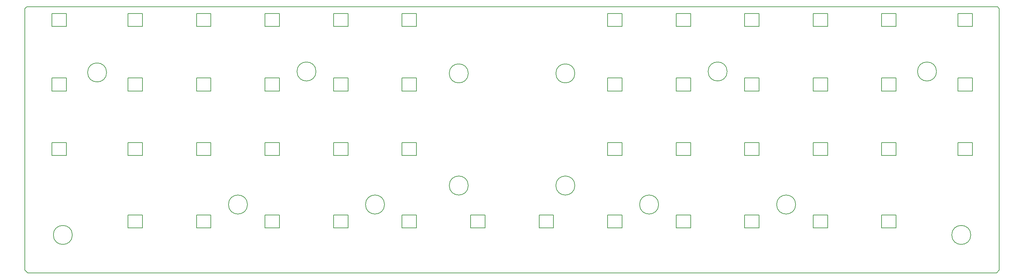
<source format=gbr>
%TF.GenerationSoftware,KiCad,Pcbnew,(5.1.10)-1*%
%TF.CreationDate,2022-05-07T17:57:56+07:00*%
%TF.ProjectId,Onsen48,4f6e7365-6e34-4382-9e6b-696361645f70,rev?*%
%TF.SameCoordinates,Original*%
%TF.FileFunction,Profile,NP*%
%FSLAX46Y46*%
G04 Gerber Fmt 4.6, Leading zero omitted, Abs format (unit mm)*
G04 Created by KiCad (PCBNEW (5.1.10)-1) date 2022-05-07 17:57:56*
%MOMM*%
%LPD*%
G01*
G04 APERTURE LIST*
%TA.AperFunction,Profile*%
%ADD10C,0.200000*%
%TD*%
%TA.AperFunction,Profile*%
%ADD11C,0.150000*%
%TD*%
G04 APERTURE END LIST*
D10*
X137499999Y-85500000D02*
G75*
G03*
X137499999Y-85500000I-2500000J0D01*
G01*
X137499999Y-56000000D02*
G75*
G03*
X137499999Y-56000000I-2500000J0D01*
G01*
X165500034Y-56000000D02*
G75*
G03*
X165500034Y-56000000I-2500000J0D01*
G01*
X165500034Y-85500000D02*
G75*
G03*
X165500034Y-85500000I-2500000J0D01*
G01*
X276500000Y-38500000D02*
X277000000Y-39000000D01*
X21499999Y-38500000D02*
X276500000Y-38500000D01*
X187500000Y-90500000D02*
G75*
G03*
X187500000Y-90500000I-2500000J0D01*
G01*
X260500000Y-55500000D02*
G75*
G03*
X260500000Y-55500000I-2500000J0D01*
G01*
X269500000Y-98500000D02*
G75*
G03*
X269500000Y-98500000I-2500000J0D01*
G01*
X223500000Y-90500000D02*
G75*
G03*
X223500000Y-90500000I-2500000J0D01*
G01*
X42500000Y-55750000D02*
G75*
G03*
X42500000Y-55750000I-2500000J0D01*
G01*
X33500000Y-98500000D02*
G75*
G03*
X33500000Y-98500000I-2500000J0D01*
G01*
X277000000Y-39000000D02*
X277000000Y-107750000D01*
X79500000Y-90500000D02*
G75*
G03*
X79500000Y-90500000I-2500000J0D01*
G01*
X115500000Y-90500000D02*
G75*
G03*
X115500000Y-90500000I-2500000J0D01*
G01*
X205500000Y-55500000D02*
G75*
G03*
X205500000Y-55500000I-2500000J0D01*
G01*
X97499999Y-55500000D02*
G75*
G03*
X97499999Y-55500000I-2499999J0D01*
G01*
X21000000Y-39000000D02*
X21499999Y-38500000D01*
X21750000Y-108500000D02*
X21000000Y-107750000D01*
X21000000Y-107750000D02*
X21000000Y-39000000D01*
X273250000Y-108500000D02*
X21750000Y-108500000D01*
X276250000Y-108500000D02*
X273250000Y-108500000D01*
X277000000Y-107750000D02*
X276250000Y-108500000D01*
D11*
%TO.C,RGB48*%
X269900000Y-43620000D02*
X266100000Y-43620000D01*
X269900000Y-43620000D02*
X269900000Y-40220000D01*
X269900000Y-40220000D02*
X266100000Y-40220000D01*
X266100000Y-43620000D02*
X266100000Y-40220000D01*
%TO.C,RGB47*%
X249900000Y-43620000D02*
X246100000Y-43620000D01*
X249900000Y-43620000D02*
X249900000Y-40220000D01*
X249900000Y-40220000D02*
X246100000Y-40220000D01*
X246100000Y-43620000D02*
X246100000Y-40220000D01*
%TO.C,RGB46*%
X231900000Y-43620000D02*
X228100000Y-43620000D01*
X231900000Y-43620000D02*
X231900000Y-40220000D01*
X231900000Y-40220000D02*
X228100000Y-40220000D01*
X228100000Y-43620000D02*
X228100000Y-40220000D01*
%TO.C,RGB45*%
X213900000Y-43620000D02*
X210100000Y-43620000D01*
X213900000Y-43620000D02*
X213900000Y-40220000D01*
X213900000Y-40220000D02*
X210100000Y-40220000D01*
X210100000Y-43620000D02*
X210100000Y-40220000D01*
%TO.C,RGB44*%
X195900000Y-43620000D02*
X192100000Y-43620000D01*
X195900000Y-43620000D02*
X195900000Y-40220000D01*
X195900000Y-40220000D02*
X192100000Y-40220000D01*
X192100000Y-43620000D02*
X192100000Y-40220000D01*
%TO.C,RGB43*%
X177900000Y-43620000D02*
X174100000Y-43620000D01*
X177900000Y-43620000D02*
X177900000Y-40220000D01*
X177900000Y-40220000D02*
X174100000Y-40220000D01*
X174100000Y-43620000D02*
X174100000Y-40220000D01*
%TO.C,RGB42*%
X266100000Y-60620000D02*
X266100000Y-57220000D01*
X269900000Y-57220000D02*
X266100000Y-57220000D01*
X269900000Y-60620000D02*
X269900000Y-57220000D01*
X269900000Y-60620000D02*
X266100000Y-60620000D01*
%TO.C,RGB41*%
X246100000Y-60620000D02*
X246100000Y-57220000D01*
X249900000Y-57220000D02*
X246100000Y-57220000D01*
X249900000Y-60620000D02*
X249900000Y-57220000D01*
X249900000Y-60620000D02*
X246100000Y-60620000D01*
%TO.C,RGB40*%
X228100000Y-60620000D02*
X228100000Y-57220000D01*
X231900000Y-57220000D02*
X228100000Y-57220000D01*
X231900000Y-60620000D02*
X231900000Y-57220000D01*
X231900000Y-60620000D02*
X228100000Y-60620000D01*
%TO.C,RGB39*%
X210100000Y-60620000D02*
X210100000Y-57220000D01*
X213900000Y-57220000D02*
X210100000Y-57220000D01*
X213900000Y-60620000D02*
X213900000Y-57220000D01*
X213900000Y-60620000D02*
X210100000Y-60620000D01*
%TO.C,RGB38*%
X192100000Y-60620000D02*
X192100000Y-57220000D01*
X195900000Y-57220000D02*
X192100000Y-57220000D01*
X195900000Y-60620000D02*
X195900000Y-57220000D01*
X195900000Y-60620000D02*
X192100000Y-60620000D01*
%TO.C,RGB37*%
X174100000Y-60620000D02*
X174100000Y-57220000D01*
X177900000Y-57220000D02*
X174100000Y-57220000D01*
X177900000Y-60620000D02*
X177900000Y-57220000D01*
X177900000Y-60620000D02*
X174100000Y-60620000D01*
%TO.C,RGB30*%
X48100000Y-96620000D02*
X48100000Y-93220000D01*
X51900000Y-93220000D02*
X48100000Y-93220000D01*
X51900000Y-96620000D02*
X51900000Y-93220000D01*
X51900000Y-96620000D02*
X48100000Y-96620000D01*
%TO.C,RGB29*%
X66100000Y-96620000D02*
X66100000Y-93220000D01*
X69900000Y-93220000D02*
X66100000Y-93220000D01*
X69900000Y-96620000D02*
X69900000Y-93220000D01*
X69900000Y-96620000D02*
X66100000Y-96620000D01*
%TO.C,RGB28*%
X84100000Y-96620000D02*
X84100000Y-93220000D01*
X87900000Y-93220000D02*
X84100000Y-93220000D01*
X87900000Y-96620000D02*
X87900000Y-93220000D01*
X87900000Y-96620000D02*
X84100000Y-96620000D01*
%TO.C,RGB27*%
X102100000Y-96620000D02*
X102100000Y-93220000D01*
X105900000Y-93220000D02*
X102100000Y-93220000D01*
X105900000Y-96620000D02*
X105900000Y-93220000D01*
X105900000Y-96620000D02*
X102100000Y-96620000D01*
%TO.C,RGB26*%
X120100000Y-96620000D02*
X120100000Y-93220000D01*
X123900000Y-93220000D02*
X120100000Y-93220000D01*
X123900000Y-96620000D02*
X123900000Y-93220000D01*
X123900000Y-96620000D02*
X120100000Y-96620000D01*
%TO.C,RGB25*%
X138100000Y-96620000D02*
X138100000Y-93220000D01*
X141900000Y-93220000D02*
X138100000Y-93220000D01*
X141900000Y-96620000D02*
X141900000Y-93220000D01*
X141900000Y-96620000D02*
X138100000Y-96620000D01*
%TO.C,RGB24*%
X156100000Y-96620000D02*
X156100000Y-93220000D01*
X159900000Y-93220000D02*
X156100000Y-93220000D01*
X159900000Y-96620000D02*
X159900000Y-93220000D01*
X159900000Y-96620000D02*
X156100000Y-96620000D01*
%TO.C,RGB22*%
X174100000Y-96620000D02*
X174100000Y-93220000D01*
X177900000Y-93220000D02*
X174100000Y-93220000D01*
X177900000Y-96620000D02*
X177900000Y-93220000D01*
X177900000Y-96620000D02*
X174100000Y-96620000D01*
%TO.C,RGB20*%
X192100000Y-96620000D02*
X192100000Y-93220000D01*
X195900000Y-93220000D02*
X192100000Y-93220000D01*
X195900000Y-96620000D02*
X195900000Y-93220000D01*
X195900000Y-96620000D02*
X192100000Y-96620000D01*
%TO.C,RGB18*%
X210100000Y-96620000D02*
X210100000Y-93220000D01*
X213900000Y-93220000D02*
X210100000Y-93220000D01*
X213900000Y-96620000D02*
X213900000Y-93220000D01*
X213900000Y-96620000D02*
X210100000Y-96620000D01*
%TO.C,RGB16*%
X228100000Y-96620000D02*
X228100000Y-93220000D01*
X231900000Y-93220000D02*
X228100000Y-93220000D01*
X231900000Y-96620000D02*
X231900000Y-93220000D01*
X231900000Y-96620000D02*
X228100000Y-96620000D01*
%TO.C,RGB14*%
X246100000Y-96620000D02*
X246100000Y-93220000D01*
X249900000Y-93220000D02*
X246100000Y-93220000D01*
X249900000Y-96620000D02*
X249900000Y-93220000D01*
X249900000Y-96620000D02*
X246100000Y-96620000D01*
%TO.C,RGB36*%
X269900000Y-77620000D02*
X266100000Y-77620000D01*
X269900000Y-77620000D02*
X269900000Y-74220000D01*
X269900000Y-74220000D02*
X266100000Y-74220000D01*
X266100000Y-77620000D02*
X266100000Y-74220000D01*
%TO.C,RGB35*%
X249900000Y-77620000D02*
X246100000Y-77620000D01*
X249900000Y-77620000D02*
X249900000Y-74220000D01*
X249900000Y-74220000D02*
X246100000Y-74220000D01*
X246100000Y-77620000D02*
X246100000Y-74220000D01*
%TO.C,RGB34*%
X231900000Y-77620000D02*
X228100000Y-77620000D01*
X231900000Y-77620000D02*
X231900000Y-74220000D01*
X231900000Y-74220000D02*
X228100000Y-74220000D01*
X228100000Y-77620000D02*
X228100000Y-74220000D01*
%TO.C,RGB33*%
X213900000Y-77620000D02*
X210100000Y-77620000D01*
X213900000Y-77620000D02*
X213900000Y-74220000D01*
X213900000Y-74220000D02*
X210100000Y-74220000D01*
X210100000Y-77620000D02*
X210100000Y-74220000D01*
%TO.C,RGB32*%
X195900000Y-77620000D02*
X192100000Y-77620000D01*
X195900000Y-77620000D02*
X195900000Y-74220000D01*
X195900000Y-74220000D02*
X192100000Y-74220000D01*
X192100000Y-77620000D02*
X192100000Y-74220000D01*
%TO.C,RGB31*%
X177900000Y-77620000D02*
X174100000Y-77620000D01*
X177900000Y-77620000D02*
X177900000Y-74220000D01*
X177900000Y-74220000D02*
X174100000Y-74220000D01*
X174100000Y-77620000D02*
X174100000Y-74220000D01*
%TO.C,RGB23*%
X120100000Y-77620000D02*
X120100000Y-74220000D01*
X123900000Y-74220000D02*
X120100000Y-74220000D01*
X123900000Y-77620000D02*
X123900000Y-74220000D01*
X123900000Y-77620000D02*
X120100000Y-77620000D01*
%TO.C,RGB21*%
X102100000Y-77620000D02*
X102100000Y-74220000D01*
X105900000Y-74220000D02*
X102100000Y-74220000D01*
X105900000Y-77620000D02*
X105900000Y-74220000D01*
X105900000Y-77620000D02*
X102100000Y-77620000D01*
%TO.C,RGB19*%
X84100000Y-77620000D02*
X84100000Y-74220000D01*
X87900000Y-74220000D02*
X84100000Y-74220000D01*
X87900000Y-77620000D02*
X87900000Y-74220000D01*
X87900000Y-77620000D02*
X84100000Y-77620000D01*
%TO.C,RGB17*%
X66100000Y-77620000D02*
X66100000Y-74220000D01*
X69900000Y-74220000D02*
X66100000Y-74220000D01*
X69900000Y-77620000D02*
X69900000Y-74220000D01*
X69900000Y-77620000D02*
X66100000Y-77620000D01*
%TO.C,RGB15*%
X48100000Y-77620000D02*
X48100000Y-74220000D01*
X51900000Y-74220000D02*
X48100000Y-74220000D01*
X51900000Y-77620000D02*
X51900000Y-74220000D01*
X51900000Y-77620000D02*
X48100000Y-77620000D01*
%TO.C,RGB13*%
X28100000Y-77620000D02*
X28100000Y-74220000D01*
X31900000Y-74220000D02*
X28100000Y-74220000D01*
X31900000Y-77620000D02*
X31900000Y-74220000D01*
X31900000Y-77620000D02*
X28100000Y-77620000D01*
%TO.C,RGB12*%
X31900000Y-43620000D02*
X28100000Y-43620000D01*
X31900000Y-43620000D02*
X31900000Y-40220000D01*
X31900000Y-40220000D02*
X28100000Y-40220000D01*
X28100000Y-43620000D02*
X28100000Y-40220000D01*
%TO.C,RGB11*%
X51900000Y-43620000D02*
X48100000Y-43620000D01*
X51900000Y-43620000D02*
X51900000Y-40220000D01*
X51900000Y-40220000D02*
X48100000Y-40220000D01*
X48100000Y-43620000D02*
X48100000Y-40220000D01*
%TO.C,RGB10*%
X69900000Y-43620000D02*
X66100000Y-43620000D01*
X69900000Y-43620000D02*
X69900000Y-40220000D01*
X69900000Y-40220000D02*
X66100000Y-40220000D01*
X66100000Y-43620000D02*
X66100000Y-40220000D01*
%TO.C,RGB9*%
X87900000Y-43620000D02*
X84100000Y-43620000D01*
X87900000Y-43620000D02*
X87900000Y-40220000D01*
X87900000Y-40220000D02*
X84100000Y-40220000D01*
X84100000Y-43620000D02*
X84100000Y-40220000D01*
%TO.C,RGB8*%
X105900000Y-43620000D02*
X102100000Y-43620000D01*
X105900000Y-43620000D02*
X105900000Y-40220000D01*
X105900000Y-40220000D02*
X102100000Y-40220000D01*
X102100000Y-43620000D02*
X102100000Y-40220000D01*
%TO.C,RGB7*%
X123900000Y-43620000D02*
X120100000Y-43620000D01*
X123900000Y-43620000D02*
X123900000Y-40220000D01*
X123900000Y-40220000D02*
X120100000Y-40220000D01*
X120100000Y-43620000D02*
X120100000Y-40220000D01*
%TO.C,RGB6*%
X120100000Y-60620000D02*
X120100000Y-57220000D01*
X123900000Y-57220000D02*
X120100000Y-57220000D01*
X123900000Y-60620000D02*
X123900000Y-57220000D01*
X123900000Y-60620000D02*
X120100000Y-60620000D01*
%TO.C,RGB5*%
X102100000Y-60620000D02*
X102100000Y-57220000D01*
X105900000Y-57220000D02*
X102100000Y-57220000D01*
X105900000Y-60620000D02*
X105900000Y-57220000D01*
X105900000Y-60620000D02*
X102100000Y-60620000D01*
%TO.C,RGB4*%
X84100000Y-60620000D02*
X84100000Y-57220000D01*
X87900000Y-57220000D02*
X84100000Y-57220000D01*
X87900000Y-60620000D02*
X87900000Y-57220000D01*
X87900000Y-60620000D02*
X84100000Y-60620000D01*
%TO.C,RGB3*%
X66100000Y-60620000D02*
X66100000Y-57220000D01*
X69900000Y-57220000D02*
X66100000Y-57220000D01*
X69900000Y-60620000D02*
X69900000Y-57220000D01*
X69900000Y-60620000D02*
X66100000Y-60620000D01*
%TO.C,RGB2*%
X48100000Y-60620000D02*
X48100000Y-57220000D01*
X51900000Y-57220000D02*
X48100000Y-57220000D01*
X51900000Y-60620000D02*
X51900000Y-57220000D01*
X51900000Y-60620000D02*
X48100000Y-60620000D01*
%TO.C,RGB1*%
X28100000Y-60620000D02*
X28100000Y-57220000D01*
X31900000Y-57220000D02*
X28100000Y-57220000D01*
X31900000Y-60620000D02*
X31900000Y-57220000D01*
X31900000Y-60620000D02*
X28100000Y-60620000D01*
%TD*%
M02*

</source>
